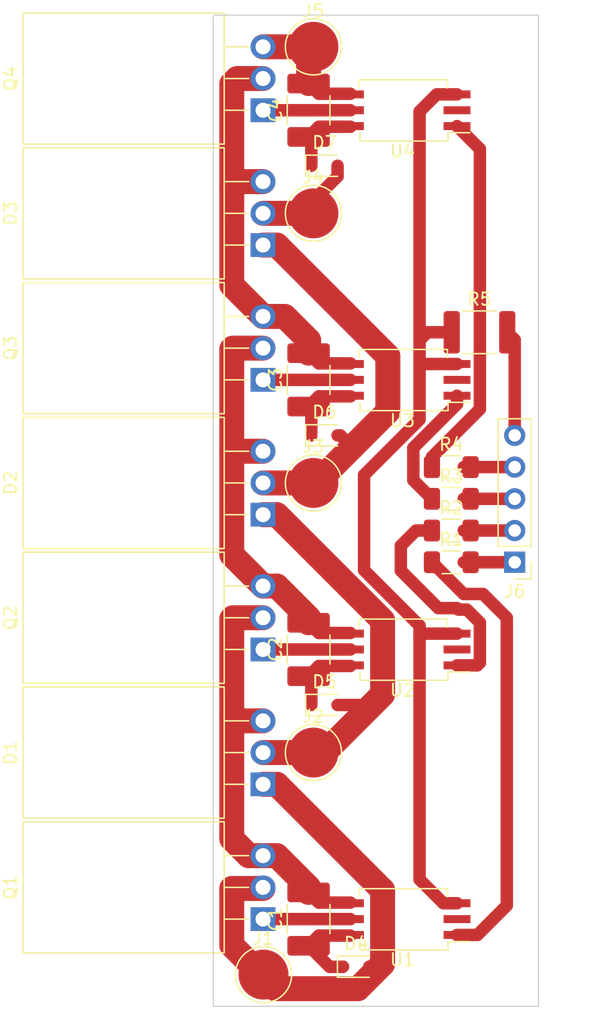
<source format=kicad_pcb>
(kicad_pcb (version 20221018) (generator pcbnew)
  (layers (0 "F.Cu" signal) (31 "B.Cu" signal) (34 "B.Paste" user) (35 "F.Paste" user) (36 "B.SilkS" user "B.Silkscreen") (37 "F.SilkS" user "F.Silkscreen") (38 "B.Mask" user) (39 "F.Mask" user) (44 "Edge.Cuts" user))
  (net 0 "")
  (net 1 "GND")
  (net 6 "Net-(R4-Pad1)")
  (net 7 "Net-(R3-Pad1)")
  (net 8 "Net-(R2-Pad1)")
  (net 9 "Net-(R1-Pad1)")
  (net 10 "Net-(Q4-Pad1)")
  (net 11 "Net-(Q3-Pad1)")
  (net 12 "Net-(Q2-Pad1)")
  (net 13 "Net-(Q1-Pad1)")
  (net 14 "Net-(J6-Pad5)")
  (net 15 "Net-(J6-Pad4)")
  (net 16 "Net-(J6-Pad3)")
  (net 17 "Net-(J6-Pad2)")
  (net 18 "Net-(J6-Pad1)")
  (net 19 "Net-(D3-Pad2)")
  (net 20 "Net-(D2-Pad2)")
  (net 21 "Net-(D1-Pad2)")
  (net 22 "Net-(D1-Pad1)")
  (net 23 "Net-(C4-Pad2)")
  (net 24 "Net-(C4-Pad1)")
  (net 25 "Net-(C3-Pad2)")
  (net 26 "Net-(C3-Pad1)")
  (net 27 "Net-(C2-Pad2)")
  (net 28 "Net-(C2-Pad1)")
  (net 29 "Net-(C1-Pad2)")
  (net 30 "Net-(C1-Pad1)")
  (footprint "Package_TO_SOT_THT:TO-220F-3_Horizontal_TabDown" (layer "F.Cu") (at 50.96 78.105 90)
    (fp_text reference "D1" (at 2.54 -20.22 90) (layer "F.SilkS"))
    (fp_text value "D_Schottky_x2_ACom_KAK")
    (fp_line (start -2.71 -19.22) (end -2.71 -3.11) (stroke (width 0.12)) (layer "F.SilkS"))
    (fp_line (start -2.71 -19.22) (end 7.79 -19.22) (stroke (width 0.12)) (layer "F.SilkS"))
    (fp_line (start -2.71 -3.11) (end 7.79 -3.11) (stroke (width 0.12)) (layer "F.SilkS"))
    (fp_line (start 0 -3.11) (end 0 -1.15) (stroke (width 0.12)) (layer "F.SilkS"))
    (fp_line (start 2.54 -3.11) (end 2.54 -1.15) (stroke (width 0.12)) (layer "F.SilkS"))
    (fp_line (start 5.08 -3.11) (end 5.08 -1.15) (stroke (width 0.12)) (layer "F.SilkS"))
    (fp_line (start 7.79 -19.22) (end 7.79 -3.11) (stroke (width 0.12)) (layer "F.SilkS"))
    (pad "" np_thru_hole oval (at 2.54 -15.8 90) (size 3.5 3.5) (drill 3.5) (layers "*.Cu" "*.Mask"))
    (pad "1" thru_hole rect (at 0 0 90) (size 1.905 2) (drill 1.2) (layers "*.Cu" "*.Mask") (net 22 "Net-(D1-Pad1)"))
    (pad "2" thru_hole oval (at 2.54 0 90) (size 1.905 2) (drill 1.2) (layers "*.Cu" "*.Mask") (net 21 "Net-(D1-Pad2)"))
    (pad "3" thru_hole oval (at 5.08 0 90) (size 1.905 2) (drill 1.2) (layers "*.Cu" "*.Mask") (net 29 "Net-(C1-Pad2)"))
  )
  (footprint "TestPoint:TestPoint_Pad_D4.0mm" (layer "F.Cu") (at 55 53.975)
    (fp_text reference "J3" (at 0 -2.898) (layer "F.SilkS"))
    (fp_text value "Vrail")
    (fp_circle (center 0 0) (end 0 2.25) (stroke (width 0.12)) (fill none) (layer "F.SilkS"))
    (pad "1" smd circle (at 0 0) (size 4 4) (layers "F.Cu" "F.Mask") (net 20 "Net-(D2-Pad2)"))
  )
  (footprint "Package_SO:SSO-6_6.8x4.6mm_P1.27mm_Clearance7mm" (layer "F.Cu") (at 62.23 45.72 180)
    (fp_text reference "U3" (at 0.1 -3.265) (layer "F.SilkS"))
    (fp_text value "UCC23313")
    (fp_line (start -3.55 -2.465) (end -3.55 -1.815) (stroke (width 0.12)) (layer "F.SilkS"))
    (fp_line (start -3.55 -1.8) (end -5.3 -1.8) (stroke (width 0.12)) (layer "F.SilkS"))
    (fp_line (start -3.5 1.785) (end -3.5 2.435) (stroke (width 0.12)) (layer "F.SilkS"))
    (fp_line (start -3.5 2.435) (end 3.55 2.435) (stroke (width 0.12)) (layer "F.SilkS"))
    (fp_line (start 3.5 -2.465) (end -3.55 -2.465) (stroke (width 0.12)) (layer "F.SilkS"))
    (fp_line (start 3.5 -2.465) (end 3.5 -1.815) (stroke (width 0.12)) (layer "F.SilkS"))
    (fp_line (start 3.55 1.785) (end 3.55 2.435) (stroke (width 0.12)) (layer "F.SilkS"))
    (pad "1" smd rect (at -4.27 -1.27 180) (size 2.16 0.64) (layers "F.Cu" "F.Paste" "F.Mask") (net 7 "Net-(R3-Pad1)"))
    (pad "2" smd rect (at -4.27 0 180) (size 2.16 0.64) (layers "F.Cu" "F.Paste" "F.Mask"))
    (pad "3" smd rect (at -4.27 1.27 180) (size 2.16 0.64) (layers "F.Cu" "F.Paste" "F.Mask") (net 1 "GND"))
    (pad "4" smd rect (at 4.27 1.27 180) (size 2.16 0.64) (layers "F.Cu" "F.Paste" "F.Mask") (net 25 "Net-(C3-Pad2)"))
    (pad "5" smd rect (at 4.27 0 180) (size 2.16 0.64) (layers "F.Cu" "F.Paste" "F.Mask") (net 11 "Net-(Q3-Pad1)"))
    (pad "6" smd rect (at 4.27 -1.27 180) (size 2.16 0.64) (layers "F.Cu" "F.Paste" "F.Mask") (net 26 "Net-(C3-Pad1)"))
  )
  (footprint "Package_TO_SOT_THT:TO-220F-3_Horizontal_TabDown" (layer "F.Cu") (at 50.96 45.72 90)
    (fp_text reference "Q3" (at 2.54 -20.22 90) (layer "F.SilkS"))
    (fp_text value "IRF540N")
    (fp_line (start -2.71 -19.22) (end -2.71 -3.11) (stroke (width 0.12)) (layer "F.SilkS"))
    (fp_line (start -2.71 -19.22) (end 7.79 -19.22) (stroke (width 0.12)) (layer "F.SilkS"))
    (fp_line (start -2.71 -3.11) (end 7.79 -3.11) (stroke (width 0.12)) (layer "F.SilkS"))
    (fp_line (start 0 -3.11) (end 0 -1.15) (stroke (width 0.12)) (layer "F.SilkS"))
    (fp_line (start 2.54 -3.11) (end 2.54 -1.15) (stroke (width 0.12)) (layer "F.SilkS"))
    (fp_line (start 5.08 -3.11) (end 5.08 -1.15) (stroke (width 0.12)) (layer "F.SilkS"))
    (fp_line (start 7.79 -19.22) (end 7.79 -3.11) (stroke (width 0.12)) (layer "F.SilkS"))
    (pad "" np_thru_hole oval (at 2.54 -15.8 90) (size 3.5 3.5) (drill 3.5) (layers "*.Cu" "*.Mask"))
    (pad "1" thru_hole rect (at 0 0 90) (size 1.905 2) (drill 1.2) (layers "*.Cu" "*.Mask") (net 11 "Net-(Q3-Pad1)"))
    (pad "2" thru_hole oval (at 2.54 0 90) (size 1.905 2) (drill 1.2) (layers "*.Cu" "*.Mask") (net 27 "Net-(C2-Pad2)"))
    (pad "3" thru_hole oval (at 5.08 0 90) (size 1.905 2) (drill 1.2) (layers "*.Cu" "*.Mask") (net 25 "Net-(C3-Pad2)"))
  )
  (footprint "Package_TO_SOT_THT:TO-220F-3_Horizontal_TabDown" (layer "F.Cu") (at 50.96 34.925 90)
    (fp_text reference "D3" (at 2.54 -20.22 90) (layer "F.SilkS"))
    (fp_text value "D_Schottky_x2_ACom_KAK")
    (fp_line (start -2.71 -19.22) (end -2.71 -3.11) (stroke (width 0.12)) (layer "F.SilkS"))
    (fp_line (start -2.71 -19.22) (end 7.79 -19.22) (stroke (width 0.12)) (layer "F.SilkS"))
    (fp_line (start -2.71 -3.11) (end 7.79 -3.11) (stroke (width 0.12)) (layer "F.SilkS"))
    (fp_line (start 0 -3.11) (end 0 -1.15) (stroke (width 0.12)) (layer "F.SilkS"))
    (fp_line (start 2.54 -3.11) (end 2.54 -1.15) (stroke (width 0.12)) (layer "F.SilkS"))
    (fp_line (start 5.08 -3.11) (end 5.08 -1.15) (stroke (width 0.12)) (layer "F.SilkS"))
    (fp_line (start 7.79 -19.22) (end 7.79 -3.11) (stroke (width 0.12)) (layer "F.SilkS"))
    (pad "" np_thru_hole oval (at 2.54 -15.8 90) (size 3.5 3.5) (drill 3.5) (layers "*.Cu" "*.Mask"))
    (pad "1" thru_hole rect (at 0 0 90) (size 1.905 2) (drill 1.2) (layers "*.Cu" "*.Mask") (net 20 "Net-(D2-Pad2)"))
    (pad "2" thru_hole oval (at 2.54 0 90) (size 1.905 2) (drill 1.2) (layers "*.Cu" "*.Mask") (net 19 "Net-(D3-Pad2)"))
    (pad "3" thru_hole oval (at 5.08 0 90) (size 1.905 2) (drill 1.2) (layers "*.Cu" "*.Mask") (net 25 "Net-(C3-Pad2)"))
  )
  (footprint "Resistor_SMD:R_1206_3216Metric_Pad1.30x1.75mm_HandSolder" (layer "F.Cu") (at 66.04 55.245)
    (fp_text reference "R3" (at 0 -1.82) (layer "F.SilkS"))
    (fp_text value "220")
    (fp_line (start -0.727064 -0.91) (end 0.727064 -0.91) (stroke (width 0.12)) (layer "F.SilkS"))
    (fp_line (start -0.727064 0.91) (end 0.727064 0.91) (stroke (width 0.12)) (layer "F.SilkS"))
    (pad "1" smd roundrect (at -1.55 0) (size 1.3 1.75) (layers "F.Cu" "F.Paste" "F.Mask") (roundrect_rratio 0.1923076923) (net 7 "Net-(R3-Pad1)"))
    (pad "2" smd roundrect (at 1.55 0) (size 1.3 1.75) (layers "F.Cu" "F.Paste" "F.Mask") (roundrect_rratio 0.1923076923) (net 16 "Net-(J6-Pad3)"))
  )
  (footprint "Package_TO_SOT_THT:TO-220F-3_Horizontal_TabDown" (layer "F.Cu") (at 50.96 56.515 90)
    (fp_text reference "D2" (at 2.54 -20.22 90) (layer "F.SilkS"))
    (fp_text value "D_Schottky_x2_ACom_KAK")
    (fp_line (start -2.71 -19.22) (end -2.71 -3.11) (stroke (width 0.12)) (layer "F.SilkS"))
    (fp_line (start -2.71 -19.22) (end 7.79 -19.22) (stroke (width 0.12)) (layer "F.SilkS"))
    (fp_line (start -2.71 -3.11) (end 7.79 -3.11) (stroke (width 0.12)) (layer "F.SilkS"))
    (fp_line (start 0 -3.11) (end 0 -1.15) (stroke (width 0.12)) (layer "F.SilkS"))
    (fp_line (start 2.54 -3.11) (end 2.54 -1.15) (stroke (width 0.12)) (layer "F.SilkS"))
    (fp_line (start 5.08 -3.11) (end 5.08 -1.15) (stroke (width 0.12)) (layer "F.SilkS"))
    (fp_line (start 7.79 -19.22) (end 7.79 -3.11) (stroke (width 0.12)) (layer "F.SilkS"))
    (pad "" np_thru_hole oval (at 2.54 -15.8 90) (size 3.5 3.5) (drill 3.5) (layers "*.Cu" "*.Mask"))
    (pad "1" thru_hole rect (at 0 0 90) (size 1.905 2) (drill 1.2) (layers "*.Cu" "*.Mask") (net 21 "Net-(D1-Pad2)"))
    (pad "2" thru_hole oval (at 2.54 0 90) (size 1.905 2) (drill 1.2) (layers "*.Cu" "*.Mask") (net 20 "Net-(D2-Pad2)"))
    (pad "3" thru_hole oval (at 5.08 0 90) (size 1.905 2) (drill 1.2) (layers "*.Cu" "*.Mask") (net 27 "Net-(C2-Pad2)"))
  )
  (footprint "Capacitor_SMD:C_1812_4532Metric_Pad1.57x3.40mm_HandSolder" (layer "F.Cu") (at 54.61 67.31 90)
    (fp_text reference "C2" (at 0 -2.65 90) (layer "F.SilkS"))
    (fp_text value "1uF")
    (fp_line (start -1.161252 -1.71) (end 1.161252 -1.71) (stroke (width 0.12)) (layer "F.SilkS"))
    (fp_line (start -1.161252 1.71) (end 1.161252 1.71) (stroke (width 0.12)) (layer "F.SilkS"))
    (pad "1" smd roundrect (at -2.1375 0 90) (size 1.575 3.4) (layers "F.Cu" "F.Paste" "F.Mask") (roundrect_rratio 0.1587301587) (net 28 "Net-(C2-Pad1)"))
    (pad "2" smd roundrect (at 2.1375 0 90) (size 1.575 3.4) (layers "F.Cu" "F.Paste" "F.Mask") (roundrect_rratio 0.1587301587) (net 27 "Net-(C2-Pad2)"))
  )
  (footprint "Capacitor_SMD:C_1812_4532Metric_Pad1.57x3.40mm_HandSolder" (layer "F.Cu") (at 54.61 24.13 90)
    (fp_text reference "C4" (at 0 -2.65 90) (layer "F.SilkS"))
    (fp_text value "1uF")
    (fp_line (start -1.161252 -1.71) (end 1.161252 -1.71) (stroke (width 0.12)) (layer "F.SilkS"))
    (fp_line (start -1.161252 1.71) (end 1.161252 1.71) (stroke (width 0.12)) (layer "F.SilkS"))
    (pad "1" smd roundrect (at -2.1375 0 90) (size 1.575 3.4) (layers "F.Cu" "F.Paste" "F.Mask") (roundrect_rratio 0.1587301587) (net 24 "Net-(C4-Pad1)"))
    (pad "2" smd roundrect (at 2.1375 0 90) (size 1.575 3.4) (layers "F.Cu" "F.Paste" "F.Mask") (roundrect_rratio 0.1587301587) (net 23 "Net-(C4-Pad2)"))
  )
  (footprint "Connector_PinHeader_2.54mm:PinHeader_1x05_P2.54mm_Vertical" (layer "F.Cu") (at 71.12 60.325 180)
    (fp_text reference "J6" (at 0 -2.33) (layer "F.SilkS"))
    (fp_text value "Conn_01x05_Male")
    (fp_line (start -1.33 -1.33) (end 0 -1.33) (stroke (width 0.12)) (layer "F.SilkS"))
    (fp_line (start -1.33 0) (end -1.33 -1.33) (stroke (width 0.12)) (layer "F.SilkS"))
    (fp_line (start -1.33 1.27) (end -1.33 11.49) (stroke (width 0.12)) (layer "F.SilkS"))
    (fp_line (start -1.33 1.27) (end 1.33 1.27) (stroke (width 0.12)) (layer "F.SilkS"))
    (fp_line (start -1.33 11.49) (end 1.33 11.49) (stroke (width 0.12)) (layer "F.SilkS"))
    (fp_line (start 1.33 1.27) (end 1.33 11.49) (stroke (width 0.12)) (layer "F.SilkS"))
    (pad "1" thru_hole rect (at 0 0 180) (size 1.7 1.7) (drill 1) (layers "*.Cu" "*.Mask") (net 18 "Net-(J6-Pad1)"))
    (pad "2" thru_hole oval (at 0 2.54 180) (size 1.7 1.7) (drill 1) (layers "*.Cu" "*.Mask") (net 17 "Net-(J6-Pad2)"))
    (pad "3" thru_hole oval (at 0 5.08 180) (size 1.7 1.7) (drill 1) (layers "*.Cu" "*.Mask") (net 16 "Net-(J6-Pad3)"))
    (pad "4" thru_hole oval (at 0 7.62 180) (size 1.7 1.7) (drill 1) (layers "*.Cu" "*.Mask") (net 15 "Net-(J6-Pad4)"))
    (pad "5" thru_hole oval (at 0 10.16 180) (size 1.7 1.7) (drill 1) (layers "*.Cu" "*.Mask") (net 14 "Net-(J6-Pad5)"))
  )
  (footprint "TestPoint:TestPoint_Pad_D4.0mm" (layer "F.Cu") (at 55 75.565)
    (fp_text reference "J2" (at 0 -2.898) (layer "F.SilkS"))
    (fp_text value "Vrail")
    (fp_circle (center 0 0) (end 0 2.25) (stroke (width 0.12)) (fill none) (layer "F.SilkS"))
    (pad "1" smd circle (at 0 0) (size 4 4) (layers "F.Cu" "F.Mask") (net 21 "Net-(D1-Pad2)"))
  )
  (footprint "TestPoint:TestPoint_Pad_D4.0mm" (layer "F.Cu") (at 55 32.385)
    (fp_text reference "J4" (at 0 -2.898) (layer "F.SilkS"))
    (fp_text value "Vrail")
    (fp_circle (center 0 0) (end 0 2.25) (stroke (width 0.12)) (fill none) (layer "F.SilkS"))
    (pad "1" smd circle (at 0 0) (size 4 4) (layers "F.Cu" "F.Mask") (net 19 "Net-(D3-Pad2)"))
  )
  (footprint "Diode_SMD:D_SOD-323" (layer "F.Cu") (at 55.88 50.165)
    (fp_text reference "D6" (at 0 -1.85) (layer "F.SilkS"))
    (fp_text value "1N4148WS")
    (fp_line (start -1.5 -0.85) (end -1.5 0.85) (stroke (width 0.12)) (layer "F.SilkS"))
    (fp_line (start -1.5 -0.85) (end 1.05 -0.85) (stroke (width 0.12)) (layer "F.SilkS"))
    (fp_line (start -1.5 0.85) (end 1.05 0.85) (stroke (width 0.12)) (layer "F.SilkS"))
    (pad "1" smd rect (at -1.05 0) (size 0.6 0.45) (layers "F.Cu" "F.Paste" "F.Mask") (net 26 "Net-(C3-Pad1)"))
    (pad "2" smd rect (at 1.05 0) (size 0.6 0.45) (layers "F.Cu" "F.Paste" "F.Mask") (net 20 "Net-(D2-Pad2)"))
  )
  (footprint "TestPoint:TestPoint_Pad_D4.0mm" (layer "F.Cu") (at 55 19.05)
    (fp_text reference "J5" (at 0 -2.898) (layer "F.SilkS"))
    (fp_text value "Vrail")
    (fp_circle (center 0 0) (end 0 2.25) (stroke (width 0.12)) (fill none) (layer "F.SilkS"))
    (pad "1" smd circle (at 0 0) (size 4 4) (layers "F.Cu" "F.Mask") (net 23 "Net-(C4-Pad2)"))
  )
  (footprint "Diode_SMD:D_SOD-323" (layer "F.Cu") (at 55.88 28.575)
    (fp_text reference "D7" (at 0 -1.85) (layer "F.SilkS"))
    (fp_text value "1N4148WS")
    (fp_line (start -1.5 -0.85) (end -1.5 0.85) (stroke (width 0.12)) (layer "F.SilkS"))
    (fp_line (start -1.5 -0.85) (end 1.05 -0.85) (stroke (width 0.12)) (layer "F.SilkS"))
    (fp_line (start -1.5 0.85) (end 1.05 0.85) (stroke (width 0.12)) (layer "F.SilkS"))
    (pad "1" smd rect (at -1.05 0) (size 0.6 0.45) (layers "F.Cu" "F.Paste" "F.Mask") (net 24 "Net-(C4-Pad1)"))
    (pad "2" smd rect (at 1.05 0) (size 0.6 0.45) (layers "F.Cu" "F.Paste" "F.Mask") (net 19 "Net-(D3-Pad2)"))
  )
  (footprint "Capacitor_SMD:C_1812_4532Metric_Pad1.57x3.40mm_HandSolder" (layer "F.Cu") (at 54.61 45.72 90)
    (fp_text reference "C3" (at 0 -2.65 90) (layer "F.SilkS"))
    (fp_text value "1uF")
    (fp_line (start -1.161252 -1.71) (end 1.161252 -1.71) (stroke (width 0.12)) (layer "F.SilkS"))
    (fp_line (start -1.161252 1.71) (end 1.161252 1.71) (stroke (width 0.12)) (layer "F.SilkS"))
    (pad "1" smd roundrect (at -2.1375 0 90) (size 1.575 3.4) (layers "F.Cu" "F.Paste" "F.Mask") (roundrect_rratio 0.1587301587) (net 26 "Net-(C3-Pad1)"))
    (pad "2" smd roundrect (at 2.1375 0 90) (size 1.575 3.4) (layers "F.Cu" "F.Paste" "F.Mask") (roundrect_rratio 0.1587301587) (net 25 "Net-(C3-Pad2)"))
  )
  (footprint "Capacitor_SMD:C_1812_4532Metric_Pad1.57x3.40mm_HandSolder" (layer "F.Cu") (at 54.61 88.9 90)
    (fp_text reference "C1" (at 0 -2.65 90) (layer "F.SilkS"))
    (fp_text value "1uF")
    (fp_line (start -1.161252 -1.71) (end 1.161252 -1.71) (stroke (width 0.12)) (layer "F.SilkS"))
    (fp_line (start -1.161252 1.71) (end 1.161252 1.71) (stroke (width 0.12)) (layer "F.SilkS"))
    (pad "1" smd roundrect (at -2.1375 0 90) (size 1.575 3.4) (layers "F.Cu" "F.Paste" "F.Mask") (roundrect_rratio 0.1587301587) (net 30 "Net-(C1-Pad1)"))
    (pad "2" smd roundrect (at 2.1375 0 90) (size 1.575 3.4) (layers "F.Cu" "F.Paste" "F.Mask") (roundrect_rratio 0.1587301587) (net 29 "Net-(C1-Pad2)"))
  )
  (footprint "Package_SO:SSO-6_6.8x4.6mm_P1.27mm_Clearance7mm" (layer "F.Cu") (at 62.23 24.13 180)
    (fp_text reference "U4" (at 0.1 -3.265) (layer "F.SilkS"))
    (fp_text value "UCC23313")
    (fp_line (start -3.55 -2.465) (end -3.55 -1.815) (stroke (width 0.12)) (layer "F.SilkS"))
    (fp_line (start -3.55 -1.8) (end -5.3 -1.8) (stroke (width 0.12)) (layer "F.SilkS"))
    (fp_line (start -3.5 1.785) (end -3.5 2.435) (stroke (width 0.12)) (layer "F.SilkS"))
    (fp_line (start -3.5 2.435) (end 3.55 2.435) (stroke (width 0.12)) (layer "F.SilkS"))
    (fp_line (start 3.5 -2.465) (end -3.55 -2.465) (stroke (width 0.12)) (layer "F.SilkS"))
    (fp_line (start 3.5 -2.465) (end 3.5 -1.815) (stroke (width 0.12)) (layer "F.SilkS"))
    (fp_line (start 3.55 1.785) (end 3.55 2.435) (stroke (width 0.12)) (layer "F.SilkS"))
    (pad "1" smd rect (at -4.27 -1.27 180) (size 2.16 0.64) (layers "F.Cu" "F.Paste" "F.Mask") (net 6 "Net-(R4-Pad1)"))
    (pad "2" smd rect (at -4.27 0 180) (size 2.16 0.64) (layers "F.Cu" "F.Paste" "F.Mask"))
    (pad "3" smd rect (at -4.27 1.27 180) (size 2.16 0.64) (layers "F.Cu" "F.Paste" "F.Mask") (net 1 "GND"))
    (pad "4" smd rect (at 4.27 1.27 180) (size 2.16 0.64) (layers "F.Cu" "F.Paste" "F.Mask") (net 23 "Net-(C4-Pad2)"))
    (pad "5" smd rect (at 4.27 0 180) (size 2.16 0.64) (layers "F.Cu" "F.Paste" "F.Mask") (net 10 "Net-(Q4-Pad1)"))
    (pad "6" smd rect (at 4.27 -1.27 180) (size 2.16 0.64) (layers "F.Cu" "F.Paste" "F.Mask") (net 24 "Net-(C4-Pad1)"))
  )
  (footprint "Resistor_SMD:R_1206_3216Metric_Pad1.30x1.75mm_HandSolder" (layer "F.Cu") (at 66.04 52.705)
    (fp_text reference "R4" (at 0 -1.82) (layer "F.SilkS"))
    (fp_text value "220")
    (fp_line (start -0.727064 -0.91) (end 0.727064 -0.91) (stroke (width 0.12)) (layer "F.SilkS"))
    (fp_line (start -0.727064 0.91) (end 0.727064 0.91) (stroke (width 0.12)) (layer "F.SilkS"))
    (pad "1" smd roundrect (at -1.55 0) (size 1.3 1.75) (layers "F.Cu" "F.Paste" "F.Mask") (roundrect_rratio 0.1923076923) (net 6 "Net-(R4-Pad1)"))
    (pad "2" smd roundrect (at 1.55 0) (size 1.3 1.75) (layers "F.Cu" "F.Paste" "F.Mask") (roundrect_rratio 0.1923076923) (net 15 "Net-(J6-Pad4)"))
  )
  (footprint "Package_TO_SOT_THT:TO-220F-3_Horizontal_TabDown" (layer "F.Cu") (at 50.96 88.9 90)
    (fp_text reference "Q1" (at 2.54 -20.22 90) (layer "F.SilkS"))
    (fp_text value "IRF540N")
    (fp_line (start -2.71 -19.22) (end -2.71 -3.11) (stroke (width 0.12)) (layer "F.SilkS"))
    (fp_line (start -2.71 -19.22) (end 7.79 -19.22) (stroke (width 0.12)) (layer "F.SilkS"))
    (fp_line (start -2.71 -3.11) (end 7.79 -3.11) (stroke (width 0.12)) (layer "F.SilkS"))
    (fp_line (start 0 -3.11) (end 0 -1.15) (stroke (width 0.12)) (layer "F.SilkS"))
    (fp_line (start 2.54 -3.11) (end 2.54 -1.15) (stroke (width 0.12)) (layer "F.SilkS"))
    (fp_line (start 5.08 -3.11) (end 5.08 -1.15) (stroke (width 0.12)) (layer "F.SilkS"))
    (fp_line (start 7.79 -19.22) (end 7.79 -3.11) (stroke (width 0.12)) (layer "F.SilkS"))
    (pad "" np_thru_hole oval (at 2.54 -15.8 90) (size 3.5 3.5) (drill 3.5) (layers "*.Cu" "*.Mask"))
    (pad "1" thru_hole rect (at 0 0 90) (size 1.905 2) (drill 1.2) (layers "*.Cu" "*.Mask") (net 13 "Net-(Q1-Pad1)"))
    (pad "2" thru_hole oval (at 2.54 0 90) (size 1.905 2) (drill 1.2) (layers "*.Cu" "*.Mask") (net 22 "Net-(D1-Pad1)"))
    (pad "3" thru_hole oval (at 5.08 0 90) (size 1.905 2) (drill 1.2) (layers "*.Cu" "*.Mask") (net 29 "Net-(C1-Pad2)"))
  )
  (footprint "Package_SO:SSO-6_6.8x4.6mm_P1.27mm_Clearance7mm" (layer "F.Cu") (at 62.23 88.9 180)
    (fp_text reference "U1" (at 0.1 -3.265) (layer "F.SilkS"))
    (fp_text value "UCC23313")
    (fp_line (start -3.55 -2.465) (end -3.55 -1.815) (stroke (width 0.12)) (layer "F.SilkS"))
    (fp_line (start -3.55 -1.8) (end -5.3 -1.8) (stroke (width 0.12)) (layer "F.SilkS"))
    (fp_line (start -3.5 1.785) (end -3.5 2.435) (stroke (width 0.12)) (layer "F.SilkS"))
    (fp_line (start -3.5 2.435) (end 3.55 2.435) (stroke (width 0.12)) (layer "F.SilkS"))
    (fp_line (start 3.5 -2.465) (end -3.55 -2.465) (stroke (width 0.12)) (layer "F.SilkS"))
    (fp_line (start 3.5 -2.465) (end 3.5 -1.815) (stroke (width 0.12)) (layer "F.SilkS"))
    (fp_line (start 3.55 1.785) (end 3.55 2.435) (stroke (width 0.12)) (layer "F.SilkS"))
    (pad "1" smd rect (at -4.27 -1.27 180) (size 2.16 0.64) (layers "F.Cu" "F.Paste" "F.Mask") (net 9 "Net-(R1-Pad1)"))
    (pad "2" smd rect (at -4.27 0 180) (size 2.16 0.64) (layers "F.Cu" "F.Paste" "F.Mask"))
    (pad "3" smd rect (at -4.27 1.27 180) (size 2.16 0.64) (layers "F.Cu" "F.Paste" "F.Mask") (net 1 "GND"))
    (pad "4" smd rect (at 4.27 1.27 180) (size 2.16 0.64) (layers "F.Cu" "F.Paste" "F.Mask") (net 29 "Net-(C1-Pad2)"))
    (pad "5" smd rect (at 4.27 0 180) (size 2.16 0.64) (layers "F.Cu" "F.Paste" "F.Mask") (net 13 "Net-(Q1-Pad1)"))
    (pad "6" smd rect (at 4.27 -1.27 180) (size 2.16 0.64) (layers "F.Cu" "F.Paste" "F.Mask") (net 30 "Net-(C1-Pad1)"))
  )
  (footprint "Diode_SMD:D_SOD-323" (layer "F.Cu") (at 58.42 92.71)
    (fp_text reference "D4" (at 0 -1.85) (layer "F.SilkS"))
    (fp_text value "1N4148WS")
    (fp_line (start -1.5 -0.85) (end -1.5 0.85) (stroke (width 0.12)) (layer "F.SilkS"))
    (fp_line (start -1.5 -0.85) (end 1.05 -0.85) (stroke (width 0.12)) (layer "F.SilkS"))
    (fp_line (start -1.5 0.85) (end 1.05 0.85) (stroke (width 0.12)) (layer "F.SilkS"))
    (pad "1" smd rect (at -1.05 0) (size 0.6 0.45) (layers "F.Cu" "F.Paste" "F.Mask") (net 30 "Net-(C1-Pad1)"))
    (pad "2" smd rect (at 1.05 0) (size 0.6 0.45) (layers "F.Cu" "F.Paste" "F.Mask") (net 22 "Net-(D1-Pad1)"))
  )
  (footprint "Resistor_SMD:R_1206_3216Metric_Pad1.30x1.75mm_HandSolder" (layer "F.Cu") (at 66.04 60.325)
    (fp_text reference "R1" (at 0 -1.82) (layer "F.SilkS"))
    (fp_text value "220")
    (fp_line (start -0.727064 -0.91) (end 0.727064 -0.91) (stroke (width 0.12)) (layer "F.SilkS"))
    (fp_line (start -0.727064 0.91) (end 0.727064 0.91) (stroke (width 0.12)) (layer "F.SilkS"))
    (pad "1" smd roundrect (at -1.55 0) (size 1.3 1.75) (layers "F.Cu" "F.Paste" "F.Mask") (roundrect_rratio 0.1923076923) (net 9 "Net-(R1-Pad1)"))
    (pad "2" smd roundrect (at 1.55 0) (size 1.3 1.75) (layers "F.Cu" "F.Paste" "F.Mask") (roundrect_rratio 0.1923076923) (net 18 "Net-(J6-Pad1)"))
  )
  (footprint "Package_TO_SOT_THT:TO-220F-3_Horizontal_TabDown" (layer "F.Cu") (at 50.96 67.31 90)
    (fp_text reference "Q2" (at 2.54 -20.22 90) (layer "F.SilkS"))
    (fp_text value "IRF540N")
    (fp_line (start -2.71 -19.22) (end -2.71 -3.11) (stroke (width 0.12)) (layer "F.SilkS"))
    (fp_line (start -2.71 -19.22) (end 7.79 -19.22) (stroke (width 0.12)) (layer "F.SilkS"))
    (fp_line (start -2.71 -3.11) (end 7.79 -3.11) (stroke (width 0.12)) (layer "F.SilkS"))
    (fp_line (start 0 -3.11) (end 0 -1.15) (stroke (width 0.12)) (layer "F.SilkS"))
    (fp_line (start 2.54 -3.11) (end 2.54 -1.15) (stroke (width 0.12)) (layer "F.SilkS"))
    (fp_line (start 5.08 -3.11) (end 5.08 -1.15) (stroke (width 0.12)) (layer "F.SilkS"))
    (fp_line (start 7.79 -19.22) (end 7.79 -3.11) (stroke (width 0.12)) (layer "F.SilkS"))
    (pad "" np_thru_hole oval (at 2.54 -15.8 90) (size 3.5 3.5) (drill 3.5) (layers "*.Cu" "*.Mask"))
    (pad "1" thru_hole rect (at 0 0 90) (size 1.905 2) (drill 1.2) (layers "*.Cu" "*.Mask") (net 12 "Net-(Q2-Pad1)"))
    (pad "2" thru_hole oval (at 2.54 0 90) (size 1.905 2) (drill 1.2) (layers "*.Cu" "*.Mask") (net 29 "Net-(C1-Pad2)"))
    (pad "3" thru_hole oval (at 5.08 0 90) (size 1.905 2) (drill 1.2) (layers "*.Cu" "*.Mask") (net 27 "Net-(C2-Pad2)"))
  )
  (footprint "Diode_SMD:D_SOD-323" (layer "F.Cu") (at 55.88 71.755)
    (fp_text reference "D5" (at 0 -1.85) (layer "F.SilkS"))
    (fp_text value "1N4148WS")
    (fp_line (start -1.5 -0.85) (end -1.5 0.85) (stroke (width 0.12)) (layer "F.SilkS"))
    (fp_line (start -1.5 -0.85) (end 1.05 -0.85) (stroke (width 0.12)) (layer "F.SilkS"))
    (fp_line (start -1.5 0.85) (end 1.05 0.85) (stroke (width 0.12)) (layer "F.SilkS"))
    (pad "1" smd rect (at -1.05 0) (size 0.6 0.45) (layers "F.Cu" "F.Paste" "F.Mask") (net 28 "Net-(C2-Pad1)"))
    (pad "2" smd rect (at 1.05 0) (size 0.6 0.45) (layers "F.Cu" "F.Paste" "F.Mask") (net 21 "Net-(D1-Pad2)"))
  )
  (footprint "TestPoint:TestPoint_Pad_D4.0mm" (layer "F.Cu") (at 51 93.345)
    (fp_text reference "J1" (at 0 -2.898) (layer "F.SilkS"))
    (fp_text value "Vrail")
    (fp_circle (center 0 0) (end 0 2.25) (stroke (width 0.12)) (fill none) (layer "F.SilkS"))
    (pad "1" smd circle (at 0 0) (size 4 4) (layers "F.Cu" "F.Mask") (net 22 "Net-(D1-Pad1)"))
  )
  (footprint "Package_TO_SOT_THT:TO-220F-3_Horizontal_TabDown" (layer "F.Cu") (at 50.96 24.13 90)
    (fp_text reference "Q4" (at 2.54 -20.22 90) (layer "F.SilkS"))
    (fp_text value "IRF540N")
    (fp_line (start -2.71 -19.22) (end -2.71 -3.11) (stroke (width 0.12)) (layer "F.SilkS"))
    (fp_line (start -2.71 -19.22) (end 7.79 -19.22) (stroke (width 0.12)) (layer "F.SilkS"))
    (fp_line (start -2.71 -3.11) (end 7.79 -3.11) (stroke (width 0.12)) (layer "F.SilkS"))
    (fp_line (start 0 -3.11) (end 0 -1.15) (stroke (width 0.12)) (layer "F.SilkS"))
    (fp_line (start 2.54 -3.11) (end 2.54 -1.15) (stroke (width 0.12)) (layer "F.SilkS"))
    (fp_line (start 5.08 -3.11) (end 5.08 -1.15) (stroke (width 0.12)) (layer "F.SilkS"))
    (fp_line (start 7.79 -19.22) (end 7.79 -3.11) (stroke (width 0.12)) (layer "F.SilkS"))
    (pad "" np_thru_hole oval (at 2.54 -15.8 90) (size 3.5 3.5) (drill 3.5) (layers "*.Cu" "*.Mask"))
    (pad "1" thru_hole rect (at 0 0 90) (size 1.905 2) (drill 1.2) (layers "*.Cu" "*.Mask") (net 10 "Net-(Q4-Pad1)"))
    (pad "2" thru_hole oval (at 2.54 0 90) (size 1.905 2) (drill 1.2) (layers "*.Cu" "*.Mask") (net 25 "Net-(C3-Pad2)"))
    (pad "3" thru_hole oval (at 5.08 0 90) (size 1.905 2) (drill 1.2) (layers "*.Cu" "*.Mask") (net 23 "Net-(C4-Pad2)"))
  )
  (footprint "Resistor_SMD:R_1206_3216Metric_Pad1.30x1.75mm_HandSolder" (layer "F.Cu") (at 66.04 57.785)
    (fp_text reference "R2" (at 0 -1.82) (layer "F.SilkS"))
    (fp_text value "220")
    (fp_line (start -0.727064 -0.91) (end 0.727064 -0.91) (stroke (width 0.12)) (layer "F.SilkS"))
    (fp_line (start -0.727064 0.91) (end 0.727064 0.91) (stroke (width 0.12)) (layer "F.SilkS"))
    (pad "1" smd roundrect (at -1.55 0) (size 1.3 1.75) (layers "F.Cu" "F.Paste" "F.Mask") (roundrect_rratio 0.1923076923) (net 8 "Net-(R2-Pad1)"))
    (pad "2" smd roundrect (at 1.55 0) (size 1.3 1.75) (layers "F.Cu" "F.Paste" "F.Mask") (roundrect_rratio 0.1923076923) (net 17 "Net-(J6-Pad2)"))
  )
  (footprint "Resistor_SMD:R_1812_4532Metric_Pad1.30x3.40mm_HandSolder" (layer "F.Cu") (at 68.3 41.91)
    (fp_text reference "R5" (at 0 -2.65) (layer "F.SilkS"))
    (fp_text value "220")
    (fp_line (start -1.386252 -1.71) (end 1.386252 -1.71) (stroke (width 0.12)) (layer "F.SilkS"))
    (fp_line (start -1.386252 1.71) (end 1.386252 1.71) (stroke (width 0.12)) (layer "F.SilkS"))
    (pad "1" smd roundrect (at -2.225 0) (size 1.3 3.4) (layers "F.Cu" "F.Paste" "F.Mask") (roundrect_rratio 0.1923076923) (net 1 "GND"))
    (pad "2" smd roundrect (at 2.225 0) (size 1.3 3.4) (layers "F.Cu" "F.Paste" "F.Mask") (roundrect_rratio 0.1923076923) (net 14 "Net-(J6-Pad5)"))
  )
  (footprint "Package_SO:SSO-6_6.8x4.6mm_P1.27mm_Clearance7mm" (layer "F.Cu") (at 62.23 67.31 180)
    (fp_text reference "U2" (at 0.1 -3.265) (layer "F.SilkS"))
    (fp_text value "UCC23313")
    (fp_line (start -3.55 -2.465) (end -3.55 -1.815) (stroke (width 0.12)) (layer "F.SilkS"))
    (fp_line (start -3.55 -1.8) (end -5.3 -1.8) (stroke (width 0.12)) (layer "F.SilkS"))
    (fp_line (start -3.5 1.785) (end -3.5 2.435) (stroke (width 0.12)) (layer "F.SilkS"))
    (fp_line (start -3.5 2.435) (end 3.55 2.435) (stroke (width 0.12)) (layer "F.SilkS"))
    (fp_line (start 3.5 -2.465) (end -3.55 -2.465) (stroke (width 0.12)) (layer "F.SilkS"))
    (fp_line (start 3.5 -2.465) (end 3.5 -1.815) (stroke (width 0.12)) (layer "F.SilkS"))
    (fp_line (start 3.55 1.785) (end 3.55 2.435) (stroke (width 0.12)) (layer "F.SilkS"))
    (pad "1" smd rect (at -4.27 -1.27 180) (size 2.16 0.64) (layers "F.Cu" "F.Paste" "F.Mask") (net 8 "Net-(R2-Pad1)"))
    (pad "2" smd rect (at -4.27 0 180) (size 2.16 0.64) (layers "F.Cu" "F.Paste" "F.Mask"))
    (pad "3" smd rect (at -4.27 1.27 180) (size 2.16 0.64) (layers "F.Cu" "F.Paste" "F.Mask") (net 1 "GND"))
    (pad "4" smd rect (at 4.27 1.27 180) (size 2.16 0.64) (layers "F.Cu" "F.Paste" "F.Mask") (net 27 "Net-(C2-Pad2)"))
    (pad "5" smd rect (at 4.27 0 180) (size 2.16 0.64) (layers "F.Cu" "F.Paste" "F.Mask") (net 12 "Net-(Q2-Pad1)"))
    (pad "6" smd rect (at 4.27 -1.27 180) (size 2.16 0.64) (layers "F.Cu" "F.Paste" "F.Mask") (net 28 "Net-(C2-Pad1)"))
  )
  (gr_rect (start 46.9825 16.51) (end 73.0175 95.885) (stroke (width 0.1)) (fill none) (layer "Edge.Cuts"))
  (segment (start 64.135 41.91) (end 63.5 42.545) (width 1) (layer "F.Cu") (net 1))
  (segment (start 59.055 60.96) (end 63.5 65.405) (width 1) (layer "F.Cu") (net 1))
  (segment (start 65.405 87.63) (end 66.5 87.63) (width 1) (layer "F.Cu") (net 1))
  (segment (start 63.5 65.405) (end 63.5 66.675) (width 1) (layer "F.Cu") (net 1))
  (segment (start 66.5 22.86) (end 64.87 22.86) (width 1) (layer "F.Cu") (net 1))
  (segment (start 63.5 24.23) (end 63.5 42.545) (width 1) (layer "F.Cu") (net 1))
  (segment (start 63.5 85.725) (end 65.405 87.63) (width 1) (layer "F.Cu") (net 1))
  (segment (start 59.055 53.34) (end 59.055 60.96) (width 1) (layer "F.Cu") (net 1))
  (segment (start 63.5 44.45) (end 63.5 48.895) (width 1) (layer "F.Cu") (net 1))
  (segment (start 63.5 48.895) (end 59.055 53.34) (width 1) (layer "F.Cu") (net 1))
  (segment (start 63.5 66.04) (end 63.5 66.675) (width 1) (layer "F.Cu") (net 1))
  (segment (start 66.5 44.45) (end 63.5 44.45) (width 1) (layer "F.Cu") (net 1))
  (segment (start 66.5 66.04) (end 63.5 66.04) (width 1) (layer "F.Cu") (net 1))
  (segment (start 64.87 22.86) (end 63.5 24.23) (width 1) (layer "F.Cu") (net 1))
  (segment (start 63.5 66.675) (end 63.5 85.725) (width 1) (layer "F.Cu") (net 1))
  (segment (start 66.075 41.91) (end 64.135 41.91) (width 1) (layer "F.Cu") (net 1))
  (segment (start 63.5 42.545) (end 63.5 44.45) (width 1) (layer "F.Cu") (net 1))
  (segment (start 68.33 27.23) (end 66.5 25.4) (width 1) (layer "F.Cu") (net 6))
  (segment (start 64.49 51.9) (end 68.33 48.06) (width 1) (layer "F.Cu") (net 6))
  (segment (start 64.49 52.705) (end 64.49 51.9) (width 1) (layer "F.Cu") (net 6))
  (segment (start 68.33 48.06) (end 68.33 27.23) (width 1) (layer "F.Cu") (net 6))
  (segment (start 63 53.755) (end 64.49 55.245) (width 1) (layer "F.Cu") (net 7))
  (segment (start 66.5 47.662766) (end 63 51.162766) (width 1) (layer "F.Cu") (net 7))
  (segment (start 66.5 46.99) (end 66.5 47.662766) (width 1) (layer "F.Cu") (net 7))
  (segment (start 63 51.162766) (end 63 53.755) (width 1) (layer "F.Cu") (net 7))
  (segment (start 68.13 68.58) (end 68.33 68.38) (width 1) (layer "F.Cu") (net 8))
  (segment (start 66.500786 64) (end 65 64) (width 1) (layer "F.Cu") (net 8))
  (segment (start 63.215 57.785) (end 64.49 57.785) (width 1) (layer "F.Cu") (net 8))
  (segment (start 66.615786 64.115) (end 66.500786 64) (width 1) (layer "F.Cu") (net 8))
  (segment (start 62 61) (end 62 59) (width 1) (layer "F.Cu") (net 8))
  (segment (start 62 59) (end 63.215 57.785) (width 1) (layer "F.Cu") (net 8))
  (segment (start 65 64) (end 62 61) (width 1) (layer "F.Cu") (net 8))
  (segment (start 68.33 68.38) (end 68.33 65.155) (width 1) (layer "F.Cu") (net 8))
  (segment (start 68.33 65.155) (end 67.29 64.115) (width 1) (layer "F.Cu") (net 8))
  (segment (start 67.29 64.115) (end 66.615786 64.115) (width 1) (layer "F.Cu") (net 8))
  (segment (start 66.5 68.58) (end 68.13 68.58) (width 1) (layer "F.Cu") (net 8))
  (segment (start 70.485 64.77) (end 68.58 62.865) (width 1) (layer "F.Cu") (net 9))
  (segment (start 67.03 62.865) (end 64.49 60.325) (width 1) (layer "F.Cu") (net 9))
  (segment (start 68.58 62.865) (end 67.03 62.865) (width 1) (layer "F.Cu") (net 9))
  (segment (start 68.13 90.17) (end 70.485 87.815) (width 1) (layer "F.Cu") (net 9))
  (segment (start 66.5 90.17) (end 68.13 90.17) (width 1) (layer "F.Cu") (net 9))
  (segment (start 70.485 87.815) (end 70.485 64.77) (width 1) (layer "F.Cu") (net 9))
  (segment (start 50.96 24.13) (end 57.96 24.13) (width 1) (layer "F.Cu") (net 10))
  (segment (start 57.96 45.72) (end 50.96 45.72) (width 1) (layer "F.Cu") (net 11))
  (segment (start 57.96 67.31) (end 50.96 67.31) (width 1) (layer "F.Cu") (net 12))
  (segment (start 57.96 88.9) (end 50.96 88.9) (width 1) (layer "F.Cu") (net 13))
  (segment (start 71.12 42.505) (end 70.525 41.91) (width 1) (layer "F.Cu") (net 14))
  (segment (start 71.12 50.165) (end 71.12 42.505) (width 1) (layer "F.Cu") (net 14))
  (segment (start 67.04 52.705) (end 71.12 52.705) (width 1) (layer "F.Cu") (net 15))
  (segment (start 71.12 55.245) (end 67.04 55.245) (width 1) (layer "F.Cu") (net 16))
  (segment (start 71.12 57.785) (end 67.04 57.785) (width 1) (layer "F.Cu") (net 17))
  (segment (start 71.12 60.325) (end 67.04 60.325) (width 1) (layer "F.Cu") (net 18))
  (segment (start 53.975 32.385) (end 56.93 29.43) (width 1) (layer "F.Cu") (net 19))
  (segment (start 56.93 29.43) (end 56.93 28.575) (width 1) (layer "F.Cu") (net 19))
  (segment (start 53.975 32.385) (end 50.96 32.385) (width 2) (layer "F.Cu") (net 19))
  (segment (start 60.96 48.26) (end 58.1025 51.1175) (width 2) (layer "F.Cu") (net 20))
  (segment (start 52.07 34.925) (end 60.96 43.815) (width 2) (layer "F.Cu") (net 20))
  (segment (start 57.15 50.165) (end 58.1025 51.1175) (width 1) (layer "F.Cu") (net 20))
  (segment (start 60.96 43.815) (end 60.96 48.26) (width 2) (layer "F.Cu") (net 20))
  (segment (start 50.96 53.975) (end 55 53.975) (width 2) (layer "F.Cu") (net 20))
  (segment (start 50.96 34.925) (end 52.07 34.925) (width 2) (layer "F.Cu") (net 20))
  (segment (start 56.93 50.165) (end 57.15 50.165) (width 1) (layer "F.Cu") (net 20))
  (segment (start 58.1025 51.1175) (end 55.245 53.975) (width 2) (layer "F.Cu") (net 20))
  (segment (start 60.54 70.905) (end 59.3725 72.0725) (width 2) (layer "F.Cu") (net 21))
  (segment (start 55.88 75.565) (end 53.975 75.565) (width 2) (layer "F.Cu") (net 21))
  (segment (start 53.975 75.565) (end 50.96 75.565) (width 2) (layer "F.Cu") (net 21))
  (segment (start 59.3725 72.0725) (end 55.88 75.565) (width 2) (layer "F.Cu") (net 21))
  (segment (start 52.07 56.515) (end 60.54 64.985) (width 2) (layer "F.Cu") (net 21))
  (segment (start 56.93 71.755) (end 59.055 71.755) (width 1) (layer "F.Cu") (net 21))
  (segment (start 59.055 71.755) (end 59.3725 72.0725) (width 1) (layer "F.Cu") (net 21))
  (segment (start 60.54 64.985) (end 60.54 70.905) (width 2) (layer "F.Cu") (net 21))
  (segment (start 50.96 56.515) (end 52.07 56.515) (width 2) (layer "F.Cu") (net 21))
  (segment (start 50.96 78.105) (end 52.07 78.105) (width 2) (layer "F.Cu") (net 22))
  (segment (start 48.46 86.4475) (end 50.96 86.4475) (width 2) (layer "F.Cu") (net 22))
  (segment (start 59.69 93.345) (end 59.69 92.93) (width 1) (layer "F.Cu") (net 22))
  (segment (start 52.07 78.105) (end 60.54 86.575) (width 2) (layer "F.Cu") (net 22))
  (segment (start 48.46 91.005) (end 48.46 86.4475) (width 2) (layer "F.Cu") (net 22))
  (segment (start 60.54 92.495) (end 59.69 93.345) (width 2) (layer "F.Cu") (net 22))
  (segment (start 58.5625 94.4725) (end 59.69 93.345) (width 2) (layer "F.Cu") (net 22))
  (segment (start 51.9275 94.4725) (end 58.5625 94.4725) (width 2) (layer "F.Cu") (net 22))
  (segment (start 59.69 92.93) (end 59.47 92.71) (width 1) (layer "F.Cu") (net 22))
  (segment (start 50.8 93.345) (end 51.9275 94.4725) (width 2) (layer "F.Cu") (net 22))
  (segment (start 60.54 86.575) (end 60.54 92.495) (width 2) (layer "F.Cu") (net 22))
  (segment (start 50.8 93.345) (end 48.46 91.005) (width 2) (layer "F.Cu") (net 22))
  (segment (start 54.61 21.9925) (end 54.61 19.44) (width 2) (layer "F.Cu") (net 23))
  (segment (start 54.61 21.9925) (end 55.4275 22.81) (width 1) (layer "F.Cu") (net 23))
  (segment (start 55.4275 22.81) (end 57.96 22.81) (width 1) (layer "F.Cu") (net 23))
  (segment (start 50.96 19.05) (end 55 19.05) (width 2) (layer "F.Cu") (net 23))
  (segment (start 54.83 28.575) (end 54.83 26.4875) (width 1) (layer "F.Cu") (net 24))
  (segment (start 54.61 26.2675) (end 55.4275 25.45) (width 1) (layer "F.Cu") (net 24))
  (segment (start 55.4275 25.45) (end 57.96 25.45) (width 1) (layer "F.Cu") (net 24))
  (segment (start 48.895 21.59) (end 48.46 22.025) (width 2) (layer "F.Cu") (net 25))
  (segment (start 52.705 40.64) (end 54.61 42.545) (width 2) (layer "F.Cu") (net 25))
  (segment (start 48.46 38.14) (end 50.96 40.64) (width 2) (layer "F.Cu") (net 25))
  (segment (start 48.46 22.025) (end 48.46 30.28) (width 2) (layer "F.Cu") (net 25))
  (segment (start 54.61 42.545) (end 54.61 43.5825) (width 2) (layer "F.Cu") (net 25))
  (segment (start 54.61 43.5825) (end 55.4275 44.4) (width 1) (layer "F.Cu") (net 25))
  (segment (start 50.96 21.59) (end 48.895 21.59) (width 2) (layer "F.Cu") (net 25))
  (segment (start 55.4275 44.4) (end 57.96 44.4) (width 1) (layer "F.Cu") (net 25))
  (segment (start 48.46 30.28) (end 48.46 38.14) (width 2) (layer "F.Cu") (net 25))
  (segment (start 48.895 29.845) (end 48.46 30.28) (width 2) (layer "F.Cu") (net 25))
  (segment (start 50.96 29.845) (end 48.895 29.845) (width 2) (layer "F.Cu") (net 25))
  (segment (start 50.96 40.64) (end 52.705 40.64) (width 2) (layer "F.Cu") (net 25))
  (segment (start 54.61 47.8575) (end 55.4275 47.04) (width 1) (layer "F.Cu") (net 26))
  (segment (start 55.4275 47.04) (end 57.96 47.04) (width 1) (layer "F.Cu") (net 26))
  (segment (start 54.83 50.165) (end 54.83 48.0775) (width 1) (layer "F.Cu") (net 26))
  (segment (start 48.5475 43.18) (end 48.46 43.2675) (width 2) (layer "F.Cu") (net 27))
  (segment (start 50.96 62.23) (end 52.07 62.23) (width 2) (layer "F.Cu") (net 27))
  (segment (start 50.96 43.18) (end 48.5475 43.18) (width 2) (layer "F.Cu") (net 27))
  (segment (start 48.46 51.635) (end 48.46 59.73) (width 2) (layer "F.Cu") (net 27))
  (segment (start 54.61 65.1725) (end 55.4275 65.99) (width 1) (layer "F.Cu") (net 27))
  (segment (start 48.66 51.435) (end 48.46 51.635) (width 2) (layer "F.Cu") (net 27))
  (segment (start 54.61 64.77) (end 54.61 65.1725) (width 2) (layer "F.Cu") (net 27))
  (segment (start 55.4275 65.99) (end 57.96 65.99) (width 1) (layer "F.Cu") (net 27))
  (segment (start 50.96 51.435) (end 48.66 51.435) (width 2) (layer "F.Cu") (net 27))
  (segment (start 48.46 43.2675) (end 48.46 51.635) (width 2) (layer "F.Cu") (net 27))
  (segment (start 48.46 59.73) (end 50.96 62.23) (width 2) (layer "F.Cu") (net 27))
  (segment (start 52.07 62.23) (end 54.61 64.77) (width 2) (layer "F.Cu") (net 27))
  (segment (start 55.4275 68.63) (end 57.96 68.63) (width 1) (layer "F.Cu") (net 28))
  (segment (start 54.83 71.755) (end 54.83 69.6675) (width 1) (layer "F.Cu") (net 28))
  (segment (start 54.61 69.4475) (end 55.4275 68.63) (width 1) (layer "F.Cu") (net 28))
  (segment (start 48.895 73.025) (end 48.46 72.59) (width 2) (layer "F.Cu") (net 29))
  (segment (start 49.809141 83.82) (end 50.96 83.82) (width 2) (layer "F.Cu") (net 29))
  (segment (start 54.61 86.7625) (end 55.4275 87.58) (width 1) (layer "F.Cu") (net 29))
  (segment (start 52.07 83.82) (end 54.61 86.36) (width 2) (layer "F.Cu") (net 29))
  (segment (start 48.46 72.59) (end 48.46 82.470859) (width 2) (layer "F.Cu") (net 29))
  (segment (start 50.96 83.82) (end 52.07 83.82) (width 2) (layer "F.Cu") (net 29))
  (segment (start 48.46 64.8575) (end 48.46 72.59) (width 2) (layer "F.Cu") (net 29))
  (segment (start 55.4275 87.58) (end 57.96 87.58) (width 1) (layer "F.Cu") (net 29))
  (segment (start 54.61 86.36) (end 54.61 86.7625) (width 2) (layer "F.Cu") (net 29))
  (segment (start 48.46 82.470859) (end 49.809141 83.82) (width 2) (layer "F.Cu") (net 29))
  (segment (start 48.5475 64.77) (end 48.46 64.8575) (width 2) (layer "F.Cu") (net 29))
  (segment (start 50.96 64.77) (end 48.5475 64.77) (width 2) (layer "F.Cu") (net 29))
  (segment (start 50.96 73.025) (end 48.895 73.025) (width 2) (layer "F.Cu") (net 29))
  (segment (start 57.3575 92.7225) (end 57.37 92.71) (width 1) (layer "F.Cu") (net 30))
  (segment (start 55.4275 90.22) (end 57.96 90.22) (width 1) (layer "F.Cu") (net 30))
  (segment (start 54.61 91.0375) (end 55.4275 90.22) (width 1) (layer "F.Cu") (net 30))
  (segment (start 56.295 92.7225) (end 57.3575 92.7225) (width 1) (layer "F.Cu") (net 30))
  (segment (start 56.295 92.7225) (end 54.61 91.0375) (width 1) (layer "F.Cu") (net 30))
)
</source>
